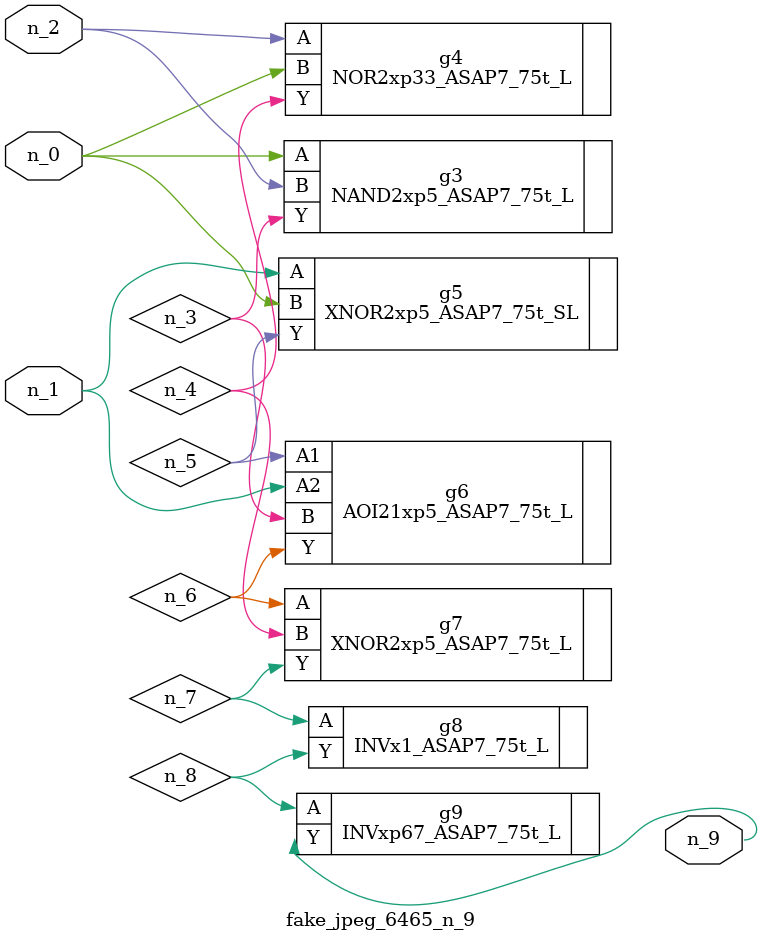
<source format=v>
module fake_jpeg_6465_n_9 (n_0, n_2, n_1, n_9);

input n_0;
input n_2;
input n_1;

output n_9;

wire n_3;
wire n_4;
wire n_8;
wire n_6;
wire n_5;
wire n_7;

NAND2xp5_ASAP7_75t_L g3 ( 
.A(n_0),
.B(n_2),
.Y(n_3)
);

NOR2xp33_ASAP7_75t_L g4 ( 
.A(n_2),
.B(n_0),
.Y(n_4)
);

XNOR2xp5_ASAP7_75t_SL g5 ( 
.A(n_1),
.B(n_0),
.Y(n_5)
);

AOI21xp5_ASAP7_75t_L g6 ( 
.A1(n_5),
.A2(n_1),
.B(n_3),
.Y(n_6)
);

XNOR2xp5_ASAP7_75t_L g7 ( 
.A(n_6),
.B(n_4),
.Y(n_7)
);

INVx1_ASAP7_75t_L g8 ( 
.A(n_7),
.Y(n_8)
);

INVxp67_ASAP7_75t_L g9 ( 
.A(n_8),
.Y(n_9)
);


endmodule
</source>
